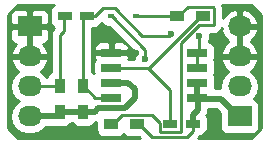
<source format=gtl>
G04 #@! TF.FileFunction,Copper,L1,Top,Signal*
%FSLAX46Y46*%
G04 Gerber Fmt 4.6, Leading zero omitted, Abs format (unit mm)*
G04 Created by KiCad (PCBNEW 0.201509051501+6156~29~ubuntu14.04.1-product) date Wed 20 Jan 2016 21:43:06 GMT*
%MOMM*%
G01*
G04 APERTURE LIST*
%ADD10C,0.100000*%
%ADD11R,1.200000X0.750000*%
%ADD12R,0.590000X0.450000*%
%ADD13R,1.700000X0.650000*%
%ADD14R,0.900000X1.200000*%
%ADD15R,1.200000X0.900000*%
%ADD16R,2.032000X1.727200*%
%ADD17O,2.032000X1.727200*%
%ADD18C,0.600000*%
%ADD19C,0.254000*%
%ADD20C,0.250000*%
%ADD21C,0.508000*%
G04 APERTURE END LIST*
D10*
D11*
X223310000Y-102000000D03*
X221410000Y-102000000D03*
D12*
X225335000Y-102000000D03*
X227445000Y-102000000D03*
D13*
X225350000Y-105095000D03*
X225350000Y-106365000D03*
X225350000Y-107635000D03*
X225350000Y-108905000D03*
X232650000Y-108905000D03*
X232650000Y-107635000D03*
X232650000Y-106365000D03*
X232650000Y-105095000D03*
D14*
X221000000Y-110100000D03*
X221000000Y-107900000D03*
X223000000Y-110100000D03*
X223000000Y-107900000D03*
D15*
X230900000Y-102000000D03*
X233100000Y-102000000D03*
X227530000Y-111150000D03*
X225330000Y-111150000D03*
D16*
X218440000Y-102870000D03*
D17*
X218440000Y-105410000D03*
X218440000Y-107950000D03*
X218440000Y-110490000D03*
D16*
X236220000Y-110490000D03*
D17*
X236220000Y-107950000D03*
X236220000Y-105410000D03*
X236220000Y-102870000D03*
D11*
X230370000Y-111090000D03*
X232270000Y-111090000D03*
D18*
X232825000Y-103695000D03*
X230415000Y-103475000D03*
X228230000Y-105600000D03*
X227435000Y-105155000D03*
D19*
X232650000Y-105095000D02*
X232650000Y-106380000D01*
X232650000Y-106380000D02*
X232685000Y-106415000D01*
X232685000Y-106415000D02*
X232650000Y-106365000D01*
X223310000Y-102000000D02*
X223990000Y-102000000D01*
X232825000Y-103695000D02*
X232825000Y-105055000D01*
X230255000Y-103635000D02*
X230415000Y-103475000D01*
X227995000Y-103635000D02*
X230255000Y-103635000D01*
X225675000Y-101315000D02*
X227995000Y-103635000D01*
X224675000Y-101315000D02*
X225675000Y-101315000D01*
X223990000Y-102000000D02*
X224675000Y-101315000D01*
X232825000Y-105055000D02*
X232650000Y-105095000D01*
X225350000Y-108905000D02*
X224005000Y-108905000D01*
X224005000Y-108905000D02*
X223135000Y-108035000D01*
X223135000Y-108035000D02*
X223000000Y-107900000D01*
D20*
X223000000Y-107900000D02*
X223000000Y-102270000D01*
X223000000Y-102270000D02*
X223380000Y-101890000D01*
X223380000Y-101890000D02*
X223310000Y-102000000D01*
D19*
X225335000Y-102000000D02*
X225410000Y-102000000D01*
X225410000Y-102000000D02*
X228230000Y-104820000D01*
X228230000Y-104820000D02*
X228230000Y-105600000D01*
D20*
X221000000Y-107900000D02*
X221000000Y-103580000D01*
X221350000Y-103230000D02*
X221350000Y-101970000D01*
X221000000Y-103580000D02*
X221350000Y-103230000D01*
X221350000Y-101970000D02*
X221410000Y-102000000D01*
X221480000Y-102010000D02*
X221410000Y-102000000D01*
X218440000Y-107950000D02*
X220910000Y-107950000D01*
X220910000Y-107950000D02*
X220960000Y-107900000D01*
X220960000Y-107900000D02*
X221000000Y-107900000D01*
X230370000Y-111090000D02*
X230370000Y-108280000D01*
X228470000Y-106380000D02*
X228470000Y-106450000D01*
X230370000Y-108280000D02*
X228470000Y-106380000D01*
X233100000Y-102000000D02*
X232920000Y-102000000D01*
X232920000Y-102000000D02*
X228470000Y-106450000D01*
X228470000Y-106450000D02*
X228500000Y-106420000D01*
X228500000Y-106420000D02*
X225510000Y-106420000D01*
X225510000Y-106420000D02*
X225350000Y-106365000D01*
X232270000Y-111715000D02*
X232270000Y-111090000D01*
X231744988Y-112240012D02*
X232270000Y-111715000D01*
X227680000Y-111150000D02*
X228770012Y-112240012D01*
X228770012Y-112240012D02*
X231744988Y-112240012D01*
X227530000Y-111150000D02*
X227680000Y-111150000D01*
D21*
X232270000Y-111090000D02*
X232270000Y-110340000D01*
X232270000Y-110340000D02*
X232700000Y-109910000D01*
X232700000Y-109910000D02*
X232700000Y-108970000D01*
D20*
X232700000Y-108970000D02*
X232650000Y-108905000D01*
D21*
X232650000Y-107635000D02*
X232650000Y-108940000D01*
D20*
X232650000Y-108940000D02*
X232710000Y-109000000D01*
D21*
X232710000Y-109000000D02*
X234630000Y-109000000D01*
X234630000Y-109000000D02*
X236140000Y-110510000D01*
D20*
X236140000Y-110510000D02*
X236220000Y-110490000D01*
X225330000Y-111150000D02*
X225480000Y-111150000D01*
X225480000Y-111150000D02*
X226255001Y-110374999D01*
X233960001Y-101224999D02*
X231825001Y-101224999D01*
X226255001Y-110374999D02*
X228774999Y-110374999D01*
X228774999Y-110374999D02*
X229444999Y-111044999D01*
X229444999Y-111725001D02*
X229509999Y-111790001D01*
X229444999Y-111044999D02*
X229444999Y-111725001D01*
X229509999Y-111790001D02*
X231230001Y-111790001D01*
X231230001Y-111790001D02*
X231295001Y-111725001D01*
X234025001Y-101289999D02*
X233960001Y-101224999D01*
X231295001Y-111725001D02*
X231295001Y-104299997D01*
X231295001Y-104299997D02*
X232819997Y-102775001D01*
X232819997Y-102775001D02*
X233960001Y-102775001D01*
X231050000Y-102000000D02*
X230900000Y-102000000D01*
X233960001Y-102775001D02*
X234025001Y-102710001D01*
X234025001Y-102710001D02*
X234025001Y-101289999D01*
X231825001Y-101224999D02*
X231050000Y-102000000D01*
X227445000Y-102000000D02*
X229590000Y-102000000D01*
X229590000Y-102000000D02*
X230870000Y-102000000D01*
X230870000Y-102000000D02*
X230940000Y-101930000D01*
X230940000Y-101930000D02*
X230900000Y-102000000D01*
X225350000Y-105095000D02*
X227375000Y-105095000D01*
X227375000Y-105095000D02*
X227435000Y-105155000D01*
D21*
X227345000Y-108965000D02*
X227345000Y-108205000D01*
X226785000Y-107645000D02*
X225345000Y-107645000D01*
X224262012Y-109795988D02*
X226514012Y-109795988D01*
X226514012Y-109795988D02*
X227345000Y-108965000D01*
X223958000Y-110100000D02*
X224262012Y-109795988D01*
X223000000Y-110100000D02*
X223958000Y-110100000D01*
X227345000Y-108205000D02*
X226785000Y-107645000D01*
D19*
X225345000Y-107645000D02*
X225350000Y-107635000D01*
D20*
X223000000Y-110100000D02*
X223000000Y-110070000D01*
X224760000Y-107670000D02*
X225280000Y-107670000D01*
X225280000Y-107670000D02*
X225350000Y-107635000D01*
D21*
X221000000Y-110100000D02*
X223030000Y-110100000D01*
D20*
X223030000Y-110100000D02*
X223040000Y-110090000D01*
X223040000Y-110090000D02*
X223000000Y-110100000D01*
D21*
X218440000Y-110490000D02*
X221040000Y-110490000D01*
D20*
X221040000Y-110490000D02*
X221030000Y-110480000D01*
X221030000Y-110480000D02*
X221030000Y-110090000D01*
X221030000Y-110090000D02*
X221000000Y-110100000D01*
D19*
G36*
X220358559Y-101160910D02*
X220213569Y-101373110D01*
X220162560Y-101625000D01*
X220162560Y-102375000D01*
X220206838Y-102610317D01*
X220345910Y-102826441D01*
X220543648Y-102961550D01*
X220462599Y-103042599D01*
X220297852Y-103289161D01*
X220240000Y-103580000D01*
X220240000Y-106744895D01*
X220098559Y-106835910D01*
X219953569Y-107048110D01*
X219924836Y-107190000D01*
X219884648Y-107190000D01*
X219684415Y-106890330D01*
X219374931Y-106683539D01*
X219790732Y-106312036D01*
X220044709Y-105784791D01*
X220047358Y-105769026D01*
X219926217Y-105537000D01*
X218567000Y-105537000D01*
X218567000Y-105557000D01*
X218313000Y-105557000D01*
X218313000Y-105537000D01*
X216953783Y-105537000D01*
X216832642Y-105769026D01*
X216835291Y-105784791D01*
X217089268Y-106312036D01*
X217505069Y-106683539D01*
X217195585Y-106890330D01*
X216870729Y-107376511D01*
X216756655Y-107950000D01*
X216870729Y-108523489D01*
X217195585Y-109009670D01*
X217510366Y-109220000D01*
X217195585Y-109430330D01*
X216870729Y-109916511D01*
X216756655Y-110490000D01*
X216870729Y-111063489D01*
X217195585Y-111549670D01*
X217681766Y-111874526D01*
X218255255Y-111988600D01*
X218624745Y-111988600D01*
X219198234Y-111874526D01*
X219684415Y-111549670D01*
X219798453Y-111379000D01*
X221040000Y-111379000D01*
X221198663Y-111347440D01*
X221450000Y-111347440D01*
X221685317Y-111303162D01*
X221901441Y-111164090D01*
X222000633Y-111018917D01*
X222085910Y-111151441D01*
X222298110Y-111296431D01*
X222550000Y-111347440D01*
X223450000Y-111347440D01*
X223685317Y-111303162D01*
X223901441Y-111164090D01*
X224030996Y-110974480D01*
X224082560Y-110964224D01*
X224082560Y-111600000D01*
X224126838Y-111835317D01*
X224265910Y-112051441D01*
X224478110Y-112196431D01*
X224730000Y-112247440D01*
X225930000Y-112247440D01*
X226165317Y-112203162D01*
X226381441Y-112064090D01*
X226429134Y-111994289D01*
X226465910Y-112051441D01*
X226678110Y-112196431D01*
X226930000Y-112247440D01*
X227702638Y-112247440D01*
X227775198Y-112320000D01*
X217464092Y-112320000D01*
X216610000Y-111465908D01*
X216610000Y-103155750D01*
X216789000Y-103155750D01*
X216789000Y-103859910D01*
X216885673Y-104093299D01*
X217064302Y-104271927D01*
X217261861Y-104353759D01*
X217089268Y-104507964D01*
X216835291Y-105035209D01*
X216832642Y-105050974D01*
X216953783Y-105283000D01*
X218313000Y-105283000D01*
X218313000Y-102997000D01*
X218567000Y-102997000D01*
X218567000Y-105283000D01*
X219926217Y-105283000D01*
X220047358Y-105050974D01*
X220044709Y-105035209D01*
X219790732Y-104507964D01*
X219618139Y-104353759D01*
X219815698Y-104271927D01*
X219994327Y-104093299D01*
X220091000Y-103859910D01*
X220091000Y-103155750D01*
X219932250Y-102997000D01*
X218567000Y-102997000D01*
X218313000Y-102997000D01*
X216947750Y-102997000D01*
X216789000Y-103155750D01*
X216610000Y-103155750D01*
X216610000Y-101894092D01*
X216624002Y-101880090D01*
X216789000Y-101880090D01*
X216789000Y-102584250D01*
X216947750Y-102743000D01*
X218313000Y-102743000D01*
X218313000Y-101530150D01*
X218567000Y-101530150D01*
X218567000Y-102743000D01*
X219932250Y-102743000D01*
X220091000Y-102584250D01*
X220091000Y-101880090D01*
X219994327Y-101646701D01*
X219815698Y-101468073D01*
X219582309Y-101371400D01*
X218725750Y-101371400D01*
X218567000Y-101530150D01*
X218313000Y-101530150D01*
X218154250Y-101371400D01*
X217297691Y-101371400D01*
X217064302Y-101468073D01*
X216885673Y-101646701D01*
X216789000Y-101880090D01*
X216624002Y-101880090D01*
X217464092Y-101040000D01*
X220546458Y-101040000D01*
X220358559Y-101160910D01*
X220358559Y-101160910D01*
G37*
X220358559Y-101160910D02*
X220213569Y-101373110D01*
X220162560Y-101625000D01*
X220162560Y-102375000D01*
X220206838Y-102610317D01*
X220345910Y-102826441D01*
X220543648Y-102961550D01*
X220462599Y-103042599D01*
X220297852Y-103289161D01*
X220240000Y-103580000D01*
X220240000Y-106744895D01*
X220098559Y-106835910D01*
X219953569Y-107048110D01*
X219924836Y-107190000D01*
X219884648Y-107190000D01*
X219684415Y-106890330D01*
X219374931Y-106683539D01*
X219790732Y-106312036D01*
X220044709Y-105784791D01*
X220047358Y-105769026D01*
X219926217Y-105537000D01*
X218567000Y-105537000D01*
X218567000Y-105557000D01*
X218313000Y-105557000D01*
X218313000Y-105537000D01*
X216953783Y-105537000D01*
X216832642Y-105769026D01*
X216835291Y-105784791D01*
X217089268Y-106312036D01*
X217505069Y-106683539D01*
X217195585Y-106890330D01*
X216870729Y-107376511D01*
X216756655Y-107950000D01*
X216870729Y-108523489D01*
X217195585Y-109009670D01*
X217510366Y-109220000D01*
X217195585Y-109430330D01*
X216870729Y-109916511D01*
X216756655Y-110490000D01*
X216870729Y-111063489D01*
X217195585Y-111549670D01*
X217681766Y-111874526D01*
X218255255Y-111988600D01*
X218624745Y-111988600D01*
X219198234Y-111874526D01*
X219684415Y-111549670D01*
X219798453Y-111379000D01*
X221040000Y-111379000D01*
X221198663Y-111347440D01*
X221450000Y-111347440D01*
X221685317Y-111303162D01*
X221901441Y-111164090D01*
X222000633Y-111018917D01*
X222085910Y-111151441D01*
X222298110Y-111296431D01*
X222550000Y-111347440D01*
X223450000Y-111347440D01*
X223685317Y-111303162D01*
X223901441Y-111164090D01*
X224030996Y-110974480D01*
X224082560Y-110964224D01*
X224082560Y-111600000D01*
X224126838Y-111835317D01*
X224265910Y-112051441D01*
X224478110Y-112196431D01*
X224730000Y-112247440D01*
X225930000Y-112247440D01*
X226165317Y-112203162D01*
X226381441Y-112064090D01*
X226429134Y-111994289D01*
X226465910Y-112051441D01*
X226678110Y-112196431D01*
X226930000Y-112247440D01*
X227702638Y-112247440D01*
X227775198Y-112320000D01*
X217464092Y-112320000D01*
X216610000Y-111465908D01*
X216610000Y-103155750D01*
X216789000Y-103155750D01*
X216789000Y-103859910D01*
X216885673Y-104093299D01*
X217064302Y-104271927D01*
X217261861Y-104353759D01*
X217089268Y-104507964D01*
X216835291Y-105035209D01*
X216832642Y-105050974D01*
X216953783Y-105283000D01*
X218313000Y-105283000D01*
X218313000Y-102997000D01*
X218567000Y-102997000D01*
X218567000Y-105283000D01*
X219926217Y-105283000D01*
X220047358Y-105050974D01*
X220044709Y-105035209D01*
X219790732Y-104507964D01*
X219618139Y-104353759D01*
X219815698Y-104271927D01*
X219994327Y-104093299D01*
X220091000Y-103859910D01*
X220091000Y-103155750D01*
X219932250Y-102997000D01*
X218567000Y-102997000D01*
X218313000Y-102997000D01*
X216947750Y-102997000D01*
X216789000Y-103155750D01*
X216610000Y-103155750D01*
X216610000Y-101894092D01*
X216624002Y-101880090D01*
X216789000Y-101880090D01*
X216789000Y-102584250D01*
X216947750Y-102743000D01*
X218313000Y-102743000D01*
X218313000Y-101530150D01*
X218567000Y-101530150D01*
X218567000Y-102743000D01*
X219932250Y-102743000D01*
X220091000Y-102584250D01*
X220091000Y-101880090D01*
X219994327Y-101646701D01*
X219815698Y-101468073D01*
X219582309Y-101371400D01*
X218725750Y-101371400D01*
X218567000Y-101530150D01*
X218313000Y-101530150D01*
X218154250Y-101371400D01*
X217297691Y-101371400D01*
X217064302Y-101468073D01*
X216885673Y-101646701D01*
X216789000Y-101880090D01*
X216624002Y-101880090D01*
X217464092Y-101040000D01*
X220546458Y-101040000D01*
X220358559Y-101160910D01*
G36*
X238050000Y-101894092D02*
X238050000Y-111465908D01*
X237195908Y-112320000D01*
X232739802Y-112320000D01*
X232807401Y-112252401D01*
X232905366Y-112105785D01*
X233105317Y-112068162D01*
X233321441Y-111929090D01*
X233466431Y-111716890D01*
X233517440Y-111465000D01*
X233517440Y-110715000D01*
X233473162Y-110479683D01*
X233421570Y-110399506D01*
X233521329Y-110250206D01*
X233589000Y-109910000D01*
X233589000Y-109889000D01*
X234261764Y-109889000D01*
X234556560Y-110183796D01*
X234556560Y-111353600D01*
X234600838Y-111588917D01*
X234739910Y-111805041D01*
X234952110Y-111950031D01*
X235204000Y-112001040D01*
X237236000Y-112001040D01*
X237471317Y-111956762D01*
X237687441Y-111817690D01*
X237832431Y-111605490D01*
X237883440Y-111353600D01*
X237883440Y-109626400D01*
X237839162Y-109391083D01*
X237700090Y-109174959D01*
X237487890Y-109029969D01*
X237446561Y-109021600D01*
X237464415Y-109009670D01*
X237789271Y-108523489D01*
X237903345Y-107950000D01*
X237789271Y-107376511D01*
X237464415Y-106890330D01*
X237154931Y-106683539D01*
X237570732Y-106312036D01*
X237824709Y-105784791D01*
X237827358Y-105769026D01*
X237706217Y-105537000D01*
X236347000Y-105537000D01*
X236347000Y-105557000D01*
X236093000Y-105557000D01*
X236093000Y-105537000D01*
X234733783Y-105537000D01*
X234612642Y-105769026D01*
X234615291Y-105784791D01*
X234869268Y-106312036D01*
X235285069Y-106683539D01*
X234975585Y-106890330D01*
X234650729Y-107376511D01*
X234536655Y-107950000D01*
X234568680Y-108111000D01*
X234116862Y-108111000D01*
X234147440Y-107960000D01*
X234147440Y-107310000D01*
X234103162Y-107074683D01*
X234055891Y-107001222D01*
X234096431Y-106941890D01*
X234147440Y-106690000D01*
X234147440Y-106040000D01*
X234103162Y-105804683D01*
X234055891Y-105731222D01*
X234096431Y-105671890D01*
X234147440Y-105420000D01*
X234147440Y-104770000D01*
X234103162Y-104534683D01*
X233964090Y-104318559D01*
X233751890Y-104173569D01*
X233647465Y-104152422D01*
X233759838Y-103881799D01*
X233760140Y-103535001D01*
X233960001Y-103535001D01*
X234250840Y-103477149D01*
X234497402Y-103312402D01*
X234562402Y-103247402D01*
X234727149Y-103000840D01*
X234727912Y-102997002D01*
X234733782Y-102997002D01*
X234612642Y-103229026D01*
X234615291Y-103244791D01*
X234869268Y-103772036D01*
X235281108Y-104140000D01*
X234869268Y-104507964D01*
X234615291Y-105035209D01*
X234612642Y-105050974D01*
X234733783Y-105283000D01*
X236093000Y-105283000D01*
X236093000Y-102997000D01*
X236347000Y-102997000D01*
X236347000Y-105283000D01*
X237706217Y-105283000D01*
X237827358Y-105050974D01*
X237824709Y-105035209D01*
X237570732Y-104507964D01*
X237158892Y-104140000D01*
X237570732Y-103772036D01*
X237824709Y-103244791D01*
X237827358Y-103229026D01*
X237706217Y-102997000D01*
X236347000Y-102997000D01*
X236093000Y-102997000D01*
X236073000Y-102997000D01*
X236073000Y-102743000D01*
X236093000Y-102743000D01*
X236093000Y-101529076D01*
X236347000Y-101529076D01*
X236347000Y-102743000D01*
X237706217Y-102743000D01*
X237827358Y-102510974D01*
X237824709Y-102495209D01*
X237570732Y-101967964D01*
X237134320Y-101578046D01*
X236581913Y-101384816D01*
X236347000Y-101529076D01*
X236093000Y-101529076D01*
X235858087Y-101384816D01*
X235305680Y-101578046D01*
X234869268Y-101967964D01*
X234785001Y-102142899D01*
X234785001Y-101289999D01*
X234735273Y-101040000D01*
X237195908Y-101040000D01*
X238050000Y-101894092D01*
X238050000Y-101894092D01*
G37*
X238050000Y-101894092D02*
X238050000Y-111465908D01*
X237195908Y-112320000D01*
X232739802Y-112320000D01*
X232807401Y-112252401D01*
X232905366Y-112105785D01*
X233105317Y-112068162D01*
X233321441Y-111929090D01*
X233466431Y-111716890D01*
X233517440Y-111465000D01*
X233517440Y-110715000D01*
X233473162Y-110479683D01*
X233421570Y-110399506D01*
X233521329Y-110250206D01*
X233589000Y-109910000D01*
X233589000Y-109889000D01*
X234261764Y-109889000D01*
X234556560Y-110183796D01*
X234556560Y-111353600D01*
X234600838Y-111588917D01*
X234739910Y-111805041D01*
X234952110Y-111950031D01*
X235204000Y-112001040D01*
X237236000Y-112001040D01*
X237471317Y-111956762D01*
X237687441Y-111817690D01*
X237832431Y-111605490D01*
X237883440Y-111353600D01*
X237883440Y-109626400D01*
X237839162Y-109391083D01*
X237700090Y-109174959D01*
X237487890Y-109029969D01*
X237446561Y-109021600D01*
X237464415Y-109009670D01*
X237789271Y-108523489D01*
X237903345Y-107950000D01*
X237789271Y-107376511D01*
X237464415Y-106890330D01*
X237154931Y-106683539D01*
X237570732Y-106312036D01*
X237824709Y-105784791D01*
X237827358Y-105769026D01*
X237706217Y-105537000D01*
X236347000Y-105537000D01*
X236347000Y-105557000D01*
X236093000Y-105557000D01*
X236093000Y-105537000D01*
X234733783Y-105537000D01*
X234612642Y-105769026D01*
X234615291Y-105784791D01*
X234869268Y-106312036D01*
X235285069Y-106683539D01*
X234975585Y-106890330D01*
X234650729Y-107376511D01*
X234536655Y-107950000D01*
X234568680Y-108111000D01*
X234116862Y-108111000D01*
X234147440Y-107960000D01*
X234147440Y-107310000D01*
X234103162Y-107074683D01*
X234055891Y-107001222D01*
X234096431Y-106941890D01*
X234147440Y-106690000D01*
X234147440Y-106040000D01*
X234103162Y-105804683D01*
X234055891Y-105731222D01*
X234096431Y-105671890D01*
X234147440Y-105420000D01*
X234147440Y-104770000D01*
X234103162Y-104534683D01*
X233964090Y-104318559D01*
X233751890Y-104173569D01*
X233647465Y-104152422D01*
X233759838Y-103881799D01*
X233760140Y-103535001D01*
X233960001Y-103535001D01*
X234250840Y-103477149D01*
X234497402Y-103312402D01*
X234562402Y-103247402D01*
X234727149Y-103000840D01*
X234727912Y-102997002D01*
X234733782Y-102997002D01*
X234612642Y-103229026D01*
X234615291Y-103244791D01*
X234869268Y-103772036D01*
X235281108Y-104140000D01*
X234869268Y-104507964D01*
X234615291Y-105035209D01*
X234612642Y-105050974D01*
X234733783Y-105283000D01*
X236093000Y-105283000D01*
X236093000Y-102997000D01*
X236347000Y-102997000D01*
X236347000Y-105283000D01*
X237706217Y-105283000D01*
X237827358Y-105050974D01*
X237824709Y-105035209D01*
X237570732Y-104507964D01*
X237158892Y-104140000D01*
X237570732Y-103772036D01*
X237824709Y-103244791D01*
X237827358Y-103229026D01*
X237706217Y-102997000D01*
X236347000Y-102997000D01*
X236093000Y-102997000D01*
X236073000Y-102997000D01*
X236073000Y-102743000D01*
X236093000Y-102743000D01*
X236093000Y-101529076D01*
X236347000Y-101529076D01*
X236347000Y-102743000D01*
X237706217Y-102743000D01*
X237827358Y-102510974D01*
X237824709Y-102495209D01*
X237570732Y-101967964D01*
X237134320Y-101578046D01*
X236581913Y-101384816D01*
X236347000Y-101529076D01*
X236093000Y-101529076D01*
X235858087Y-101384816D01*
X235305680Y-101578046D01*
X234869268Y-101967964D01*
X234785001Y-102142899D01*
X234785001Y-101289999D01*
X234735273Y-101040000D01*
X237195908Y-101040000D01*
X238050000Y-101894092D01*
G36*
X224575910Y-102676441D02*
X224788110Y-102821431D01*
X225040000Y-102872440D01*
X225204810Y-102872440D01*
X227427314Y-105094945D01*
X227295162Y-105413201D01*
X227294947Y-105660000D01*
X226787908Y-105660000D01*
X226835000Y-105546310D01*
X226835000Y-105380750D01*
X226676250Y-105222000D01*
X225477000Y-105222000D01*
X225477000Y-105242000D01*
X225223000Y-105242000D01*
X225223000Y-105222000D01*
X224023750Y-105222000D01*
X223865000Y-105380750D01*
X223865000Y-105546310D01*
X223941912Y-105731993D01*
X223903569Y-105788110D01*
X223852560Y-106040000D01*
X223852560Y-106690000D01*
X223877719Y-106823708D01*
X223760000Y-106743274D01*
X223760000Y-104643690D01*
X223865000Y-104643690D01*
X223865000Y-104809250D01*
X224023750Y-104968000D01*
X225223000Y-104968000D01*
X225223000Y-104293750D01*
X225477000Y-104293750D01*
X225477000Y-104968000D01*
X226676250Y-104968000D01*
X226835000Y-104809250D01*
X226835000Y-104643690D01*
X226738327Y-104410301D01*
X226559698Y-104231673D01*
X226326309Y-104135000D01*
X225635750Y-104135000D01*
X225477000Y-104293750D01*
X225223000Y-104293750D01*
X225064250Y-104135000D01*
X224373691Y-104135000D01*
X224140302Y-104231673D01*
X223961673Y-104410301D01*
X223865000Y-104643690D01*
X223760000Y-104643690D01*
X223760000Y-103022440D01*
X223910000Y-103022440D01*
X224145317Y-102978162D01*
X224361441Y-102839090D01*
X224506431Y-102626890D01*
X224515430Y-102582452D01*
X224575910Y-102676441D01*
X224575910Y-102676441D01*
G37*
X224575910Y-102676441D02*
X224788110Y-102821431D01*
X225040000Y-102872440D01*
X225204810Y-102872440D01*
X227427314Y-105094945D01*
X227295162Y-105413201D01*
X227294947Y-105660000D01*
X226787908Y-105660000D01*
X226835000Y-105546310D01*
X226835000Y-105380750D01*
X226676250Y-105222000D01*
X225477000Y-105222000D01*
X225477000Y-105242000D01*
X225223000Y-105242000D01*
X225223000Y-105222000D01*
X224023750Y-105222000D01*
X223865000Y-105380750D01*
X223865000Y-105546310D01*
X223941912Y-105731993D01*
X223903569Y-105788110D01*
X223852560Y-106040000D01*
X223852560Y-106690000D01*
X223877719Y-106823708D01*
X223760000Y-106743274D01*
X223760000Y-104643690D01*
X223865000Y-104643690D01*
X223865000Y-104809250D01*
X224023750Y-104968000D01*
X225223000Y-104968000D01*
X225223000Y-104293750D01*
X225477000Y-104293750D01*
X225477000Y-104968000D01*
X226676250Y-104968000D01*
X226835000Y-104809250D01*
X226835000Y-104643690D01*
X226738327Y-104410301D01*
X226559698Y-104231673D01*
X226326309Y-104135000D01*
X225635750Y-104135000D01*
X225477000Y-104293750D01*
X225223000Y-104293750D01*
X225064250Y-104135000D01*
X224373691Y-104135000D01*
X224140302Y-104231673D01*
X223961673Y-104410301D01*
X223865000Y-104643690D01*
X223760000Y-104643690D01*
X223760000Y-103022440D01*
X223910000Y-103022440D01*
X224145317Y-102978162D01*
X224361441Y-102839090D01*
X224506431Y-102626890D01*
X224515430Y-102582452D01*
X224575910Y-102676441D01*
M02*

</source>
